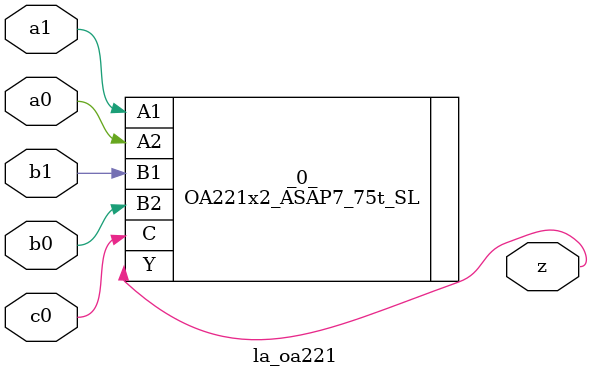
<source format=v>
/* Generated by Yosys 0.37 (git sha1 a5c7f69ed, clang 14.0.0-1ubuntu1.1 -fPIC -Os) */

module la_oa221(a0, a1, b0, b1, c0, z);
  input a0;
  wire a0;
  input a1;
  wire a1;
  input b0;
  wire b0;
  input b1;
  wire b1;
  input c0;
  wire c0;
  output z;
  wire z;
  OA221x2_ASAP7_75t_SL _0_ (
    .A1(a1),
    .A2(a0),
    .B1(b1),
    .B2(b0),
    .C(c0),
    .Y(z)
  );
endmodule

</source>
